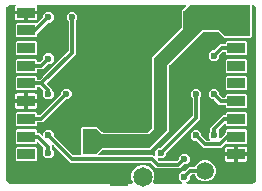
<source format=gbr>
G04 EAGLE Gerber X2 export*
%TF.Part,Single*%
%TF.FileFunction,Copper,L2,Bot,Mixed*%
%TF.FilePolarity,Positive*%
%TF.GenerationSoftware,Autodesk,EAGLE,9.0.0*%
%TF.CreationDate,2018-04-23T14:01:41Z*%
G75*
%MOMM*%
%FSLAX34Y34*%
%LPD*%
%AMOC8*
5,1,8,0,0,1.08239X$1,22.5*%
G01*
%ADD10R,1.485000X0.900000*%
%ADD11C,1.650000*%
%ADD12R,1.650000X1.650000*%
%ADD13C,1.500000*%
%ADD14C,0.750000*%
%ADD15C,0.700000*%
%ADD16C,0.600000*%
%ADD17C,0.304800*%

G36*
X223310Y104249D02*
X223310Y104249D01*
X223375Y104250D01*
X223455Y104273D01*
X223488Y104279D01*
X223505Y104288D01*
X223536Y104297D01*
X223611Y104328D01*
X223667Y104362D01*
X223727Y104388D01*
X223792Y104440D01*
X223820Y104457D01*
X223833Y104472D01*
X223858Y104493D01*
X225507Y106142D01*
X225545Y106195D01*
X225591Y106241D01*
X225631Y106315D01*
X225651Y106341D01*
X225656Y106360D01*
X225672Y106388D01*
X225703Y106464D01*
X225718Y106527D01*
X225743Y106588D01*
X225752Y106671D01*
X225759Y106703D01*
X225758Y106722D01*
X225761Y106755D01*
X225761Y253245D01*
X225751Y253310D01*
X225750Y253375D01*
X225727Y253455D01*
X225722Y253488D01*
X225712Y253505D01*
X225703Y253537D01*
X225672Y253612D01*
X225637Y253667D01*
X225612Y253727D01*
X225560Y253793D01*
X225542Y253821D01*
X225527Y253833D01*
X225507Y253858D01*
X223858Y255507D01*
X223805Y255545D01*
X223759Y255591D01*
X223729Y255608D01*
X223718Y255617D01*
X223695Y255626D01*
X223685Y255632D01*
X223659Y255651D01*
X223640Y255656D01*
X223612Y255672D01*
X223537Y255703D01*
X223473Y255718D01*
X223412Y255743D01*
X223329Y255752D01*
X223297Y255759D01*
X223278Y255758D01*
X223245Y255761D01*
X223024Y255761D01*
X223004Y255758D01*
X222985Y255760D01*
X222883Y255738D01*
X222781Y255722D01*
X222764Y255712D01*
X222744Y255708D01*
X222655Y255655D01*
X222564Y255606D01*
X222550Y255592D01*
X222533Y255582D01*
X222466Y255503D01*
X222394Y255428D01*
X222386Y255410D01*
X222373Y255395D01*
X222334Y255299D01*
X222291Y255205D01*
X222289Y255185D01*
X222281Y255167D01*
X222263Y255000D01*
X222263Y229063D01*
X220937Y227737D01*
X199063Y227737D01*
X197514Y229286D01*
X195538Y231262D01*
X194286Y232514D01*
X194212Y232567D01*
X194142Y232627D01*
X194112Y232639D01*
X194086Y232658D01*
X193999Y232685D01*
X193914Y232719D01*
X193873Y232723D01*
X193851Y232730D01*
X193819Y232729D01*
X193747Y232737D01*
X181253Y232737D01*
X181162Y232723D01*
X181072Y232715D01*
X181042Y232703D01*
X181010Y232698D01*
X180929Y232655D01*
X180845Y232619D01*
X180813Y232593D01*
X180792Y232582D01*
X180770Y232559D01*
X180714Y232514D01*
X152486Y204286D01*
X152433Y204212D01*
X152373Y204142D01*
X152361Y204112D01*
X152342Y204086D01*
X152315Y203999D01*
X152281Y203914D01*
X152277Y203873D01*
X152270Y203851D01*
X152271Y203819D01*
X152263Y203747D01*
X152263Y149063D01*
X135937Y132737D01*
X96253Y132737D01*
X96162Y132723D01*
X96072Y132715D01*
X96042Y132703D01*
X96010Y132698D01*
X95929Y132655D01*
X95845Y132619D01*
X95813Y132593D01*
X95792Y132582D01*
X95770Y132559D01*
X95714Y132514D01*
X92524Y129324D01*
X92482Y129266D01*
X92433Y129214D01*
X92411Y129167D01*
X92381Y129125D01*
X92360Y129056D01*
X92329Y128991D01*
X92324Y128939D01*
X92308Y128889D01*
X92310Y128818D01*
X92302Y128747D01*
X92313Y128696D01*
X92315Y128644D01*
X92339Y128576D01*
X92355Y128506D01*
X92381Y128461D01*
X92399Y128413D01*
X92444Y128357D01*
X92481Y128295D01*
X92520Y128261D01*
X92553Y128221D01*
X92613Y128182D01*
X92668Y128135D01*
X92716Y128116D01*
X92760Y128088D01*
X92829Y128070D01*
X92896Y128043D01*
X92967Y128035D01*
X92998Y128027D01*
X93022Y128029D01*
X93063Y128025D01*
X138753Y128025D01*
X139200Y127578D01*
X139258Y127536D01*
X139310Y127487D01*
X139357Y127465D01*
X139399Y127434D01*
X139468Y127413D01*
X139533Y127383D01*
X139585Y127377D01*
X139635Y127362D01*
X139706Y127364D01*
X139777Y127356D01*
X139828Y127367D01*
X139880Y127368D01*
X139948Y127393D01*
X140018Y127408D01*
X140063Y127435D01*
X140111Y127453D01*
X140167Y127498D01*
X140229Y127534D01*
X140263Y127574D01*
X140303Y127606D01*
X140342Y127667D01*
X140389Y127721D01*
X140408Y127770D01*
X140436Y127813D01*
X140454Y127883D01*
X140481Y127949D01*
X140489Y128021D01*
X140497Y128052D01*
X140495Y128075D01*
X140499Y128116D01*
X140499Y131864D01*
X143136Y134501D01*
X144908Y134501D01*
X144998Y134515D01*
X145089Y134523D01*
X145119Y134535D01*
X145151Y134540D01*
X145231Y134583D01*
X145315Y134619D01*
X145347Y134645D01*
X145368Y134656D01*
X145390Y134679D01*
X145446Y134724D01*
X171752Y161030D01*
X171805Y161104D01*
X171865Y161173D01*
X171877Y161203D01*
X171896Y161230D01*
X171923Y161317D01*
X171957Y161401D01*
X171961Y161442D01*
X171968Y161465D01*
X171967Y161497D01*
X171975Y161568D01*
X171975Y176344D01*
X171961Y176434D01*
X171953Y176525D01*
X171941Y176555D01*
X171936Y176587D01*
X171893Y176668D01*
X171857Y176752D01*
X171831Y176784D01*
X171820Y176805D01*
X171797Y176827D01*
X171752Y176883D01*
X170499Y178136D01*
X170499Y181864D01*
X173136Y184501D01*
X176864Y184501D01*
X179501Y181864D01*
X179501Y178136D01*
X178248Y176883D01*
X178195Y176809D01*
X178135Y176739D01*
X178123Y176709D01*
X178104Y176683D01*
X178077Y176596D01*
X178043Y176511D01*
X178039Y176470D01*
X178032Y176448D01*
X178033Y176416D01*
X178025Y176344D01*
X178025Y158747D01*
X149724Y130446D01*
X149671Y130372D01*
X149611Y130303D01*
X149599Y130273D01*
X149580Y130246D01*
X149553Y130159D01*
X149519Y130075D01*
X149515Y130034D01*
X149508Y130011D01*
X149509Y129979D01*
X149501Y129908D01*
X149501Y128136D01*
X146864Y125499D01*
X143116Y125499D01*
X143045Y125488D01*
X142974Y125486D01*
X142925Y125468D01*
X142873Y125460D01*
X142810Y125426D01*
X142743Y125401D01*
X142702Y125369D01*
X142656Y125344D01*
X142607Y125292D01*
X142551Y125248D01*
X142523Y125204D01*
X142487Y125166D01*
X142456Y125101D01*
X142418Y125041D01*
X142405Y124990D01*
X142383Y124943D01*
X142375Y124872D01*
X142358Y124802D01*
X142362Y124750D01*
X142356Y124699D01*
X142371Y124628D01*
X142377Y124557D01*
X142397Y124509D01*
X142408Y124458D01*
X142445Y124397D01*
X142473Y124331D01*
X142518Y124275D01*
X142534Y124247D01*
X142552Y124232D01*
X142578Y124200D01*
X143530Y123248D01*
X143604Y123195D01*
X143673Y123135D01*
X143703Y123123D01*
X143730Y123104D01*
X143817Y123077D01*
X143901Y123043D01*
X143942Y123039D01*
X143965Y123032D01*
X143997Y123033D01*
X144068Y123025D01*
X158432Y123025D01*
X158522Y123039D01*
X158613Y123047D01*
X158643Y123059D01*
X158675Y123064D01*
X158755Y123107D01*
X158839Y123143D01*
X158871Y123169D01*
X158892Y123180D01*
X158914Y123203D01*
X158970Y123248D01*
X160276Y124554D01*
X160329Y124628D01*
X160389Y124697D01*
X160401Y124727D01*
X160420Y124754D01*
X160447Y124841D01*
X160481Y124925D01*
X160485Y124966D01*
X160492Y124989D01*
X160491Y125021D01*
X160499Y125092D01*
X160499Y126864D01*
X163136Y129501D01*
X166864Y129501D01*
X169501Y126864D01*
X169501Y123136D01*
X166864Y120499D01*
X165092Y120499D01*
X165002Y120485D01*
X164911Y120477D01*
X164881Y120465D01*
X164849Y120460D01*
X164769Y120417D01*
X164685Y120381D01*
X164653Y120355D01*
X164632Y120344D01*
X164610Y120321D01*
X164554Y120276D01*
X161253Y116975D01*
X141247Y116975D01*
X139252Y118970D01*
X136470Y121752D01*
X136396Y121805D01*
X136327Y121865D01*
X136297Y121877D01*
X136270Y121896D01*
X136183Y121923D01*
X136099Y121957D01*
X136058Y121961D01*
X136035Y121968D01*
X136003Y121967D01*
X135932Y121975D01*
X68747Y121975D01*
X66752Y123970D01*
X54324Y136398D01*
X54266Y136440D01*
X54214Y136489D01*
X54167Y136511D01*
X54125Y136542D01*
X54056Y136563D01*
X53991Y136593D01*
X53939Y136599D01*
X53889Y136614D01*
X53818Y136612D01*
X53747Y136620D01*
X53696Y136609D01*
X53644Y136608D01*
X53576Y136583D01*
X53506Y136568D01*
X53462Y136541D01*
X53413Y136523D01*
X53357Y136478D01*
X53295Y136442D01*
X53261Y136402D01*
X53221Y136370D01*
X53182Y136309D01*
X53135Y136255D01*
X53116Y136206D01*
X53088Y136163D01*
X53070Y136093D01*
X53043Y136027D01*
X53035Y135955D01*
X53027Y135924D01*
X53029Y135901D01*
X53025Y135860D01*
X53025Y133656D01*
X53039Y133566D01*
X53047Y133475D01*
X53059Y133445D01*
X53064Y133413D01*
X53107Y133332D01*
X53143Y133248D01*
X53169Y133216D01*
X53180Y133195D01*
X53203Y133173D01*
X53248Y133117D01*
X54501Y131864D01*
X54501Y128136D01*
X51864Y125499D01*
X48136Y125499D01*
X45538Y128097D01*
X45499Y128136D01*
X45499Y131864D01*
X45538Y131903D01*
X45586Y131970D01*
X45593Y131977D01*
X45595Y131981D01*
X45651Y132047D01*
X45663Y132077D01*
X45682Y132103D01*
X45709Y132190D01*
X45743Y132275D01*
X45747Y132316D01*
X45754Y132338D01*
X45753Y132370D01*
X45761Y132442D01*
X45761Y134646D01*
X45747Y134736D01*
X45739Y134827D01*
X45727Y134857D01*
X45722Y134889D01*
X45679Y134969D01*
X45643Y135053D01*
X45617Y135085D01*
X45606Y135106D01*
X45583Y135128D01*
X45538Y135184D01*
X41300Y139422D01*
X41242Y139464D01*
X41190Y139513D01*
X41143Y139535D01*
X41101Y139566D01*
X41032Y139587D01*
X40967Y139617D01*
X40915Y139623D01*
X40865Y139638D01*
X40794Y139636D01*
X40723Y139644D01*
X40672Y139633D01*
X40620Y139632D01*
X40552Y139607D01*
X40482Y139592D01*
X40438Y139565D01*
X40389Y139547D01*
X40333Y139502D01*
X40271Y139466D01*
X40237Y139426D01*
X40197Y139394D01*
X40158Y139333D01*
X40111Y139279D01*
X40092Y139230D01*
X40064Y139187D01*
X40046Y139117D01*
X40019Y139051D01*
X40011Y138979D01*
X40003Y138948D01*
X40005Y138925D01*
X40001Y138884D01*
X40001Y138878D01*
X39122Y137999D01*
X23028Y137999D01*
X22149Y138878D01*
X22149Y149122D01*
X23028Y150001D01*
X39122Y150001D01*
X40001Y149122D01*
X40001Y147786D01*
X40004Y147766D01*
X40002Y147747D01*
X40024Y147645D01*
X40040Y147543D01*
X40050Y147526D01*
X40054Y147506D01*
X40107Y147417D01*
X40156Y147326D01*
X40170Y147312D01*
X40180Y147295D01*
X40259Y147228D01*
X40334Y147156D01*
X40352Y147148D01*
X40367Y147135D01*
X40463Y147096D01*
X40557Y147053D01*
X40577Y147051D01*
X40595Y147043D01*
X40762Y147025D01*
X42253Y147025D01*
X44200Y145078D01*
X44258Y145036D01*
X44310Y144987D01*
X44357Y144965D01*
X44399Y144934D01*
X44468Y144913D01*
X44533Y144883D01*
X44585Y144877D01*
X44635Y144862D01*
X44706Y144864D01*
X44777Y144856D01*
X44828Y144867D01*
X44880Y144868D01*
X44948Y144893D01*
X45018Y144908D01*
X45063Y144935D01*
X45111Y144953D01*
X45167Y144998D01*
X45229Y145034D01*
X45263Y145074D01*
X45303Y145106D01*
X45342Y145167D01*
X45389Y145221D01*
X45408Y145270D01*
X45436Y145313D01*
X45454Y145383D01*
X45481Y145449D01*
X45489Y145521D01*
X45497Y145552D01*
X45495Y145575D01*
X45499Y145616D01*
X45499Y146864D01*
X45538Y146903D01*
X48136Y149501D01*
X51864Y149501D01*
X54501Y146864D01*
X54501Y145092D01*
X54515Y145002D01*
X54523Y144911D01*
X54535Y144881D01*
X54540Y144849D01*
X54583Y144769D01*
X54619Y144685D01*
X54645Y144653D01*
X54656Y144632D01*
X54679Y144610D01*
X54724Y144554D01*
X71030Y128248D01*
X71104Y128195D01*
X71173Y128135D01*
X71203Y128123D01*
X71230Y128104D01*
X71317Y128077D01*
X71401Y128043D01*
X71442Y128039D01*
X71465Y128032D01*
X71497Y128033D01*
X71568Y128025D01*
X76976Y128025D01*
X76996Y128028D01*
X77015Y128026D01*
X77117Y128048D01*
X77219Y128064D01*
X77236Y128074D01*
X77256Y128078D01*
X77345Y128131D01*
X77436Y128180D01*
X77450Y128194D01*
X77467Y128204D01*
X77534Y128283D01*
X77606Y128358D01*
X77614Y128376D01*
X77627Y128391D01*
X77666Y128487D01*
X77709Y128581D01*
X77711Y128601D01*
X77719Y128619D01*
X77737Y128786D01*
X77737Y150937D01*
X79063Y152263D01*
X90937Y152263D01*
X95714Y147486D01*
X95788Y147433D01*
X95858Y147373D01*
X95888Y147361D01*
X95914Y147342D01*
X96001Y147315D01*
X96086Y147281D01*
X96127Y147277D01*
X96149Y147270D01*
X96181Y147271D01*
X96253Y147263D01*
X133747Y147263D01*
X133838Y147277D01*
X133928Y147285D01*
X133958Y147297D01*
X133990Y147302D01*
X134071Y147345D01*
X134155Y147381D01*
X134187Y147407D01*
X134208Y147418D01*
X134230Y147441D01*
X134286Y147486D01*
X137514Y150714D01*
X137567Y150788D01*
X137627Y150858D01*
X137639Y150888D01*
X137658Y150914D01*
X137685Y151001D01*
X137719Y151086D01*
X137723Y151127D01*
X137730Y151149D01*
X137729Y151181D01*
X137737Y151253D01*
X137737Y210937D01*
X162514Y235714D01*
X162567Y235788D01*
X162627Y235858D01*
X162639Y235888D01*
X162658Y235914D01*
X162685Y236001D01*
X162719Y236086D01*
X162723Y236127D01*
X162730Y236149D01*
X162729Y236181D01*
X162737Y236253D01*
X162737Y250937D01*
X166262Y254462D01*
X166304Y254520D01*
X166353Y254572D01*
X166375Y254619D01*
X166405Y254661D01*
X166426Y254730D01*
X166457Y254795D01*
X166462Y254847D01*
X166478Y254897D01*
X166476Y254968D01*
X166484Y255039D01*
X166473Y255090D01*
X166471Y255142D01*
X166447Y255210D01*
X166431Y255280D01*
X166405Y255324D01*
X166387Y255373D01*
X166342Y255429D01*
X166305Y255491D01*
X166266Y255525D01*
X166233Y255565D01*
X166173Y255604D01*
X166118Y255651D01*
X166070Y255670D01*
X166026Y255698D01*
X165957Y255716D01*
X165890Y255743D01*
X165819Y255751D01*
X165788Y255759D01*
X165764Y255757D01*
X165723Y255761D01*
X40823Y255761D01*
X40729Y255746D01*
X40634Y255737D01*
X40608Y255726D01*
X40580Y255722D01*
X40496Y255677D01*
X40409Y255639D01*
X40388Y255620D01*
X40363Y255606D01*
X40298Y255537D01*
X40227Y255473D01*
X40213Y255449D01*
X40194Y255428D01*
X40154Y255342D01*
X40107Y255258D01*
X40102Y255231D01*
X40090Y255205D01*
X40080Y255110D01*
X40062Y255017D01*
X40066Y254989D01*
X40063Y254961D01*
X40083Y254867D01*
X40097Y254773D01*
X40111Y254741D01*
X40115Y254720D01*
X40132Y254692D01*
X40164Y254619D01*
X40364Y254272D01*
X40501Y253763D01*
X40501Y250523D01*
X31837Y250523D01*
X31817Y250520D01*
X31798Y250522D01*
X31696Y250500D01*
X31594Y250483D01*
X31577Y250474D01*
X31557Y250470D01*
X31468Y250417D01*
X31377Y250368D01*
X31363Y250354D01*
X31346Y250344D01*
X31279Y250265D01*
X31208Y250190D01*
X31199Y250172D01*
X31186Y250157D01*
X31147Y250061D01*
X31104Y249967D01*
X31102Y249947D01*
X31094Y249929D01*
X31076Y249762D01*
X31076Y248999D01*
X31074Y248999D01*
X31074Y249762D01*
X31071Y249782D01*
X31073Y249801D01*
X31051Y249903D01*
X31034Y250005D01*
X31025Y250022D01*
X31021Y250042D01*
X30968Y250131D01*
X30919Y250222D01*
X30905Y250236D01*
X30895Y250253D01*
X30816Y250320D01*
X30741Y250391D01*
X30723Y250400D01*
X30708Y250413D01*
X30612Y250452D01*
X30518Y250495D01*
X30498Y250497D01*
X30480Y250505D01*
X30313Y250523D01*
X21649Y250523D01*
X21649Y253763D01*
X21786Y254272D01*
X21986Y254619D01*
X22020Y254709D01*
X22060Y254795D01*
X22063Y254823D01*
X22073Y254849D01*
X22077Y254945D01*
X22087Y255039D01*
X22081Y255067D01*
X22082Y255095D01*
X22055Y255187D01*
X22035Y255280D01*
X22020Y255304D01*
X22012Y255331D01*
X21957Y255409D01*
X21909Y255491D01*
X21887Y255509D01*
X21871Y255532D01*
X21794Y255589D01*
X21722Y255651D01*
X21695Y255661D01*
X21673Y255678D01*
X21582Y255707D01*
X21493Y255743D01*
X21458Y255747D01*
X21438Y255753D01*
X21406Y255753D01*
X21327Y255761D01*
X16755Y255761D01*
X16690Y255751D01*
X16625Y255750D01*
X16545Y255727D01*
X16512Y255722D01*
X16495Y255712D01*
X16463Y255703D01*
X16388Y255672D01*
X16333Y255637D01*
X16273Y255612D01*
X16236Y255583D01*
X16217Y255573D01*
X16201Y255556D01*
X16179Y255542D01*
X16167Y255527D01*
X16142Y255507D01*
X14493Y253858D01*
X14455Y253805D01*
X14409Y253758D01*
X14369Y253685D01*
X14349Y253659D01*
X14344Y253640D01*
X14328Y253611D01*
X14297Y253536D01*
X14282Y253473D01*
X14257Y253412D01*
X14248Y253329D01*
X14241Y253297D01*
X14242Y253278D01*
X14239Y253245D01*
X14239Y106755D01*
X14249Y106690D01*
X14250Y106625D01*
X14273Y106545D01*
X14279Y106512D01*
X14288Y106495D01*
X14297Y106464D01*
X14328Y106389D01*
X14362Y106333D01*
X14388Y106273D01*
X14440Y106208D01*
X14457Y106180D01*
X14472Y106167D01*
X14493Y106142D01*
X16142Y104493D01*
X16195Y104455D01*
X16242Y104409D01*
X16315Y104368D01*
X16341Y104349D01*
X16360Y104344D01*
X16389Y104328D01*
X16464Y104297D01*
X16528Y104282D01*
X16588Y104257D01*
X16671Y104248D01*
X16703Y104241D01*
X16723Y104242D01*
X16755Y104239D01*
X120693Y104239D01*
X120738Y104246D01*
X120784Y104244D01*
X120859Y104266D01*
X120936Y104279D01*
X120976Y104300D01*
X121020Y104313D01*
X121084Y104357D01*
X121153Y104394D01*
X121185Y104427D01*
X121222Y104453D01*
X121269Y104516D01*
X121322Y104572D01*
X121342Y104614D01*
X121369Y104650D01*
X121393Y104724D01*
X121426Y104795D01*
X121431Y104841D01*
X121445Y104884D01*
X121445Y104962D01*
X121453Y105039D01*
X121443Y105084D01*
X121443Y105130D01*
X121405Y105262D01*
X121401Y105280D01*
X121398Y105284D01*
X121396Y105291D01*
X120249Y108060D01*
X120249Y111940D01*
X121734Y115523D01*
X124477Y118266D01*
X128060Y119751D01*
X131940Y119751D01*
X135523Y118266D01*
X138266Y115523D01*
X139751Y111940D01*
X139751Y108060D01*
X138604Y105291D01*
X138593Y105247D01*
X138574Y105205D01*
X138565Y105128D01*
X138548Y105052D01*
X138552Y105006D01*
X138547Y104961D01*
X138563Y104884D01*
X138571Y104807D01*
X138589Y104765D01*
X138599Y104720D01*
X138639Y104653D01*
X138671Y104582D01*
X138702Y104548D01*
X138725Y104509D01*
X138784Y104459D01*
X138837Y104401D01*
X138877Y104379D01*
X138912Y104349D01*
X138984Y104320D01*
X139053Y104283D01*
X139098Y104274D01*
X139140Y104257D01*
X139276Y104242D01*
X139295Y104239D01*
X139300Y104240D01*
X139307Y104239D01*
X162558Y104239D01*
X162629Y104250D01*
X162701Y104252D01*
X162750Y104270D01*
X162801Y104279D01*
X162865Y104312D01*
X162932Y104337D01*
X162973Y104369D01*
X163019Y104394D01*
X163068Y104446D01*
X163124Y104490D01*
X163152Y104534D01*
X163188Y104572D01*
X163218Y104637D01*
X163257Y104697D01*
X163270Y104748D01*
X163292Y104795D01*
X163299Y104866D01*
X163317Y104936D01*
X163313Y104988D01*
X163319Y105039D01*
X163303Y105110D01*
X163298Y105181D01*
X163277Y105229D01*
X163266Y105280D01*
X163230Y105341D01*
X163202Y105407D01*
X163157Y105463D01*
X163140Y105491D01*
X163122Y105506D01*
X163097Y105538D01*
X160499Y108136D01*
X160499Y111864D01*
X163136Y114501D01*
X164908Y114501D01*
X164998Y114515D01*
X165089Y114523D01*
X165119Y114535D01*
X165151Y114540D01*
X165231Y114583D01*
X165315Y114619D01*
X165347Y114645D01*
X165368Y114656D01*
X165390Y114679D01*
X165446Y114724D01*
X168747Y118025D01*
X173502Y118025D01*
X173617Y118044D01*
X173733Y118061D01*
X173739Y118063D01*
X173745Y118064D01*
X173847Y118119D01*
X173952Y118172D01*
X173957Y118177D01*
X173962Y118180D01*
X174042Y118264D01*
X174124Y118348D01*
X174128Y118354D01*
X174131Y118358D01*
X174139Y118375D01*
X174205Y118495D01*
X174870Y120099D01*
X177401Y122630D01*
X180710Y124001D01*
X184290Y124001D01*
X187599Y122630D01*
X190130Y120099D01*
X191501Y116790D01*
X191501Y113210D01*
X190130Y109901D01*
X187599Y107370D01*
X184290Y105999D01*
X180710Y105999D01*
X177401Y107370D01*
X174870Y109901D01*
X174205Y111505D01*
X174143Y111605D01*
X174084Y111705D01*
X174079Y111709D01*
X174076Y111714D01*
X173985Y111789D01*
X173897Y111865D01*
X173891Y111867D01*
X173886Y111871D01*
X173778Y111913D01*
X173669Y111957D01*
X173661Y111958D01*
X173657Y111959D01*
X173638Y111960D01*
X173502Y111975D01*
X171568Y111975D01*
X171478Y111961D01*
X171387Y111953D01*
X171357Y111941D01*
X171325Y111936D01*
X171245Y111893D01*
X171161Y111857D01*
X171129Y111831D01*
X171108Y111820D01*
X171086Y111797D01*
X171030Y111752D01*
X169724Y110446D01*
X169671Y110372D01*
X169611Y110303D01*
X169599Y110273D01*
X169580Y110246D01*
X169553Y110159D01*
X169519Y110075D01*
X169515Y110034D01*
X169508Y110011D01*
X169509Y109979D01*
X169501Y109908D01*
X169501Y108136D01*
X166903Y105538D01*
X166861Y105480D01*
X166812Y105428D01*
X166790Y105381D01*
X166760Y105339D01*
X166739Y105270D01*
X166708Y105205D01*
X166703Y105153D01*
X166687Y105103D01*
X166689Y105032D01*
X166681Y104961D01*
X166692Y104910D01*
X166694Y104858D01*
X166718Y104790D01*
X166734Y104720D01*
X166760Y104676D01*
X166778Y104627D01*
X166823Y104571D01*
X166860Y104509D01*
X166899Y104475D01*
X166932Y104435D01*
X166992Y104396D01*
X167047Y104349D01*
X167095Y104330D01*
X167139Y104302D01*
X167208Y104284D01*
X167275Y104257D01*
X167346Y104249D01*
X167377Y104241D01*
X167401Y104243D01*
X167442Y104239D01*
X223245Y104239D01*
X223310Y104249D01*
G37*
G36*
X90090Y129254D02*
X90090Y129254D01*
X90181Y129261D01*
X90211Y129273D01*
X90243Y129279D01*
X90323Y129321D01*
X90407Y129357D01*
X90439Y129383D01*
X90460Y129394D01*
X90482Y129417D01*
X90538Y129462D01*
X95315Y134239D01*
X135000Y134239D01*
X135090Y134254D01*
X135181Y134261D01*
X135211Y134273D01*
X135243Y134279D01*
X135323Y134321D01*
X135407Y134357D01*
X135439Y134383D01*
X135460Y134394D01*
X135482Y134417D01*
X135538Y134462D01*
X150538Y149462D01*
X150591Y149536D01*
X150651Y149605D01*
X150663Y149635D01*
X150682Y149661D01*
X150709Y149748D01*
X150743Y149833D01*
X150747Y149874D01*
X150754Y149897D01*
X150753Y149929D01*
X150761Y150000D01*
X150761Y204685D01*
X180315Y234239D01*
X194685Y234239D01*
X199462Y229462D01*
X199536Y229409D01*
X199605Y229349D01*
X199635Y229337D01*
X199661Y229318D01*
X199748Y229291D01*
X199833Y229257D01*
X199874Y229253D01*
X199897Y229246D01*
X199929Y229247D01*
X200000Y229239D01*
X220000Y229239D01*
X220020Y229242D01*
X220039Y229240D01*
X220141Y229262D01*
X220243Y229279D01*
X220260Y229288D01*
X220280Y229292D01*
X220369Y229345D01*
X220460Y229394D01*
X220474Y229408D01*
X220491Y229418D01*
X220558Y229497D01*
X220630Y229572D01*
X220638Y229590D01*
X220651Y229605D01*
X220690Y229701D01*
X220733Y229795D01*
X220735Y229815D01*
X220743Y229833D01*
X220761Y230000D01*
X220761Y255000D01*
X220758Y255020D01*
X220760Y255039D01*
X220738Y255141D01*
X220722Y255243D01*
X220712Y255260D01*
X220708Y255280D01*
X220655Y255369D01*
X220606Y255460D01*
X220592Y255474D01*
X220582Y255491D01*
X220503Y255558D01*
X220428Y255630D01*
X220410Y255638D01*
X220395Y255651D01*
X220299Y255690D01*
X220205Y255733D01*
X220185Y255735D01*
X220167Y255743D01*
X220000Y255761D01*
X170000Y255761D01*
X169910Y255747D01*
X169819Y255739D01*
X169789Y255727D01*
X169757Y255722D01*
X169677Y255679D01*
X169593Y255643D01*
X169561Y255617D01*
X169540Y255606D01*
X169518Y255583D01*
X169462Y255538D01*
X164462Y250538D01*
X164409Y250464D01*
X164349Y250395D01*
X164337Y250365D01*
X164318Y250339D01*
X164291Y250252D01*
X164257Y250167D01*
X164253Y250126D01*
X164246Y250103D01*
X164247Y250071D01*
X164239Y250000D01*
X164239Y235315D01*
X139462Y210538D01*
X139409Y210464D01*
X139349Y210395D01*
X139337Y210365D01*
X139318Y210339D01*
X139291Y210252D01*
X139257Y210167D01*
X139253Y210126D01*
X139246Y210103D01*
X139247Y210071D01*
X139239Y210000D01*
X139239Y150315D01*
X134685Y145761D01*
X95315Y145761D01*
X90538Y150538D01*
X90464Y150591D01*
X90395Y150651D01*
X90365Y150663D01*
X90339Y150682D01*
X90252Y150709D01*
X90167Y150743D01*
X90126Y150747D01*
X90103Y150754D01*
X90071Y150753D01*
X90000Y150761D01*
X80000Y150761D01*
X79980Y150758D01*
X79961Y150760D01*
X79859Y150738D01*
X79757Y150722D01*
X79740Y150712D01*
X79720Y150708D01*
X79631Y150655D01*
X79540Y150606D01*
X79526Y150592D01*
X79509Y150582D01*
X79442Y150503D01*
X79371Y150428D01*
X79362Y150410D01*
X79349Y150395D01*
X79310Y150299D01*
X79267Y150205D01*
X79265Y150185D01*
X79257Y150167D01*
X79239Y150000D01*
X79239Y130000D01*
X79242Y129980D01*
X79240Y129961D01*
X79262Y129859D01*
X79279Y129757D01*
X79288Y129740D01*
X79292Y129720D01*
X79345Y129631D01*
X79394Y129540D01*
X79408Y129526D01*
X79418Y129509D01*
X79497Y129442D01*
X79572Y129371D01*
X79590Y129362D01*
X79605Y129349D01*
X79701Y129310D01*
X79795Y129267D01*
X79815Y129265D01*
X79833Y129257D01*
X80000Y129239D01*
X90000Y129239D01*
X90090Y129254D01*
G37*
%LPC*%
G36*
X175446Y140276D02*
X175446Y140276D01*
X175372Y140329D01*
X175303Y140389D01*
X175273Y140401D01*
X175246Y140420D01*
X175159Y140447D01*
X175075Y140481D01*
X175034Y140485D01*
X175011Y140492D01*
X174979Y140491D01*
X174908Y140499D01*
X173136Y140499D01*
X170499Y143136D01*
X170499Y146864D01*
X173136Y149501D01*
X176864Y149501D01*
X179501Y146864D01*
X179501Y145092D01*
X179515Y145002D01*
X179523Y144911D01*
X179535Y144881D01*
X179540Y144849D01*
X179583Y144769D01*
X179619Y144685D01*
X179645Y144653D01*
X179656Y144632D01*
X179679Y144610D01*
X179724Y144554D01*
X183530Y140748D01*
X183604Y140695D01*
X183673Y140635D01*
X183703Y140623D01*
X183730Y140604D01*
X183817Y140577D01*
X183901Y140543D01*
X183942Y140539D01*
X183965Y140532D01*
X183997Y140533D01*
X184068Y140525D01*
X186272Y140525D01*
X186343Y140536D01*
X186415Y140538D01*
X186464Y140556D01*
X186515Y140564D01*
X186579Y140598D01*
X186646Y140623D01*
X186687Y140655D01*
X186733Y140680D01*
X186782Y140732D01*
X186838Y140776D01*
X186866Y140820D01*
X186902Y140858D01*
X186932Y140923D01*
X186971Y140983D01*
X186984Y141034D01*
X187006Y141081D01*
X187013Y141152D01*
X187031Y141222D01*
X187027Y141274D01*
X187033Y141325D01*
X187017Y141396D01*
X187012Y141467D01*
X186992Y141515D01*
X186980Y141566D01*
X186944Y141627D01*
X186916Y141693D01*
X186871Y141749D01*
X186854Y141777D01*
X186836Y141792D01*
X186811Y141824D01*
X185499Y143136D01*
X185499Y146864D01*
X186752Y148117D01*
X186805Y148191D01*
X186865Y148261D01*
X186877Y148291D01*
X186896Y148317D01*
X186923Y148404D01*
X186957Y148489D01*
X186961Y148530D01*
X186968Y148552D01*
X186967Y148584D01*
X186975Y148656D01*
X186975Y151253D01*
X188970Y153248D01*
X195538Y159816D01*
X197747Y162025D01*
X199238Y162025D01*
X199258Y162028D01*
X199277Y162026D01*
X199379Y162048D01*
X199481Y162064D01*
X199498Y162074D01*
X199518Y162078D01*
X199607Y162131D01*
X199698Y162180D01*
X199712Y162194D01*
X199729Y162204D01*
X199796Y162283D01*
X199868Y162358D01*
X199876Y162376D01*
X199889Y162391D01*
X199928Y162487D01*
X199971Y162581D01*
X199973Y162601D01*
X199981Y162619D01*
X199999Y162786D01*
X199999Y164122D01*
X200878Y165001D01*
X216972Y165001D01*
X217851Y164122D01*
X217851Y153878D01*
X216972Y152999D01*
X200878Y152999D01*
X199999Y153878D01*
X199999Y153884D01*
X199988Y153955D01*
X199986Y154026D01*
X199968Y154075D01*
X199960Y154127D01*
X199926Y154190D01*
X199901Y154257D01*
X199869Y154298D01*
X199844Y154344D01*
X199792Y154393D01*
X199748Y154449D01*
X199704Y154478D01*
X199666Y154513D01*
X199601Y154544D01*
X199541Y154582D01*
X199490Y154595D01*
X199443Y154617D01*
X199372Y154625D01*
X199302Y154642D01*
X199250Y154638D01*
X199199Y154644D01*
X199128Y154629D01*
X199057Y154623D01*
X199009Y154603D01*
X198958Y154592D01*
X198897Y154555D01*
X198831Y154527D01*
X198775Y154482D01*
X198747Y154466D01*
X198732Y154448D01*
X198700Y154422D01*
X194462Y150184D01*
X194409Y150110D01*
X194349Y150041D01*
X194337Y150011D01*
X194318Y149984D01*
X194291Y149897D01*
X194257Y149813D01*
X194253Y149772D01*
X194246Y149749D01*
X194247Y149717D01*
X194239Y149646D01*
X194239Y147442D01*
X194254Y147351D01*
X194261Y147261D01*
X194273Y147231D01*
X194279Y147199D01*
X194321Y147118D01*
X194357Y147034D01*
X194383Y147002D01*
X194394Y146981D01*
X194417Y146959D01*
X194462Y146903D01*
X194501Y146864D01*
X194501Y143116D01*
X194512Y143045D01*
X194514Y142974D01*
X194532Y142925D01*
X194540Y142873D01*
X194574Y142810D01*
X194599Y142743D01*
X194631Y142702D01*
X194656Y142656D01*
X194707Y142607D01*
X194752Y142551D01*
X194796Y142522D01*
X194834Y142487D01*
X194899Y142456D01*
X194959Y142418D01*
X195010Y142405D01*
X195057Y142383D01*
X195128Y142375D01*
X195198Y142358D01*
X195250Y142362D01*
X195301Y142356D01*
X195372Y142371D01*
X195443Y142377D01*
X195491Y142397D01*
X195542Y142408D01*
X195603Y142445D01*
X195669Y142473D01*
X195725Y142518D01*
X195753Y142534D01*
X195768Y142552D01*
X195800Y142578D01*
X199776Y146554D01*
X199829Y146628D01*
X199889Y146697D01*
X199901Y146727D01*
X199920Y146754D01*
X199947Y146841D01*
X199981Y146925D01*
X199985Y146966D01*
X199992Y146989D01*
X199991Y147021D01*
X199999Y147092D01*
X199999Y149122D01*
X200878Y150001D01*
X216972Y150001D01*
X217851Y149122D01*
X217851Y138878D01*
X216972Y137999D01*
X200878Y137999D01*
X200866Y138012D01*
X200850Y138023D01*
X200837Y138039D01*
X200750Y138095D01*
X200666Y138155D01*
X200647Y138161D01*
X200630Y138172D01*
X200530Y138197D01*
X200431Y138228D01*
X200411Y138227D01*
X200392Y138232D01*
X200289Y138224D01*
X200185Y138221D01*
X200166Y138214D01*
X200147Y138213D01*
X200052Y138172D01*
X199954Y138137D01*
X199939Y138124D01*
X199920Y138117D01*
X199789Y138012D01*
X198248Y136470D01*
X196253Y134475D01*
X181247Y134475D01*
X175446Y140276D01*
G37*
%LPD*%
%LPC*%
G36*
X45499Y181864D02*
X45499Y181864D01*
X45538Y181903D01*
X45591Y181977D01*
X45651Y182047D01*
X45663Y182077D01*
X45682Y182103D01*
X45709Y182190D01*
X45743Y182275D01*
X45747Y182316D01*
X45754Y182338D01*
X45753Y182370D01*
X45761Y182442D01*
X45761Y182646D01*
X45757Y182672D01*
X45759Y182687D01*
X45746Y182746D01*
X45739Y182827D01*
X45727Y182857D01*
X45722Y182889D01*
X45710Y182910D01*
X45706Y182927D01*
X45673Y182983D01*
X45643Y183053D01*
X45617Y183085D01*
X45606Y183106D01*
X45590Y183121D01*
X45580Y183138D01*
X45563Y183153D01*
X45538Y183184D01*
X42970Y185752D01*
X42896Y185805D01*
X42827Y185865D01*
X42797Y185877D01*
X42770Y185896D01*
X42683Y185923D01*
X42599Y185957D01*
X42558Y185961D01*
X42535Y185968D01*
X42503Y185967D01*
X42432Y185975D01*
X40762Y185975D01*
X40742Y185972D01*
X40723Y185974D01*
X40621Y185952D01*
X40519Y185936D01*
X40502Y185926D01*
X40482Y185922D01*
X40393Y185869D01*
X40302Y185820D01*
X40288Y185806D01*
X40271Y185796D01*
X40204Y185717D01*
X40132Y185642D01*
X40124Y185624D01*
X40111Y185609D01*
X40072Y185513D01*
X40029Y185419D01*
X40027Y185399D01*
X40019Y185381D01*
X40001Y185214D01*
X40001Y183878D01*
X39122Y182999D01*
X23028Y182999D01*
X22149Y183878D01*
X22149Y194122D01*
X23028Y195001D01*
X39122Y195001D01*
X40001Y194122D01*
X40001Y192786D01*
X40004Y192766D01*
X40002Y192747D01*
X40024Y192645D01*
X40040Y192543D01*
X40050Y192526D01*
X40054Y192506D01*
X40107Y192417D01*
X40156Y192326D01*
X40170Y192312D01*
X40180Y192295D01*
X40259Y192228D01*
X40334Y192156D01*
X40352Y192148D01*
X40367Y192135D01*
X40463Y192096D01*
X40557Y192053D01*
X40577Y192051D01*
X40595Y192043D01*
X40762Y192025D01*
X42432Y192025D01*
X42522Y192039D01*
X42613Y192047D01*
X42643Y192059D01*
X42675Y192064D01*
X42755Y192107D01*
X42839Y192143D01*
X42871Y192169D01*
X42892Y192180D01*
X42914Y192203D01*
X42970Y192248D01*
X45538Y194816D01*
X66752Y216030D01*
X66805Y216104D01*
X66865Y216173D01*
X66877Y216203D01*
X66896Y216230D01*
X66923Y216317D01*
X66957Y216401D01*
X66961Y216442D01*
X66968Y216465D01*
X66967Y216497D01*
X66975Y216568D01*
X66975Y241344D01*
X66961Y241434D01*
X66953Y241525D01*
X66941Y241555D01*
X66936Y241587D01*
X66893Y241668D01*
X66857Y241752D01*
X66831Y241784D01*
X66820Y241805D01*
X66797Y241827D01*
X66752Y241883D01*
X65499Y243136D01*
X65499Y246864D01*
X68136Y249501D01*
X71864Y249501D01*
X74501Y246864D01*
X74501Y243136D01*
X73248Y241883D01*
X73195Y241809D01*
X73135Y241739D01*
X73123Y241709D01*
X73104Y241683D01*
X73077Y241596D01*
X73043Y241511D01*
X73039Y241470D01*
X73032Y241448D01*
X73033Y241416D01*
X73025Y241344D01*
X73025Y213747D01*
X48816Y189538D01*
X48804Y189522D01*
X48789Y189510D01*
X48733Y189422D01*
X48672Y189339D01*
X48667Y189320D01*
X48656Y189303D01*
X48630Y189202D01*
X48600Y189103D01*
X48601Y189084D01*
X48596Y189064D01*
X48604Y188961D01*
X48606Y188858D01*
X48613Y188839D01*
X48615Y188819D01*
X48655Y188724D01*
X48691Y188627D01*
X48703Y188611D01*
X48711Y188593D01*
X48816Y188462D01*
X53025Y184253D01*
X53025Y183656D01*
X53039Y183566D01*
X53047Y183475D01*
X53059Y183445D01*
X53064Y183413D01*
X53107Y183332D01*
X53143Y183248D01*
X53169Y183216D01*
X53180Y183195D01*
X53203Y183173D01*
X53248Y183117D01*
X54501Y181864D01*
X54501Y178136D01*
X51864Y175499D01*
X48136Y175499D01*
X45538Y178097D01*
X45499Y178136D01*
X45499Y181864D01*
G37*
%LPD*%
%LPC*%
G36*
X40742Y155972D02*
X40742Y155972D01*
X40723Y155974D01*
X40621Y155952D01*
X40519Y155936D01*
X40502Y155926D01*
X40482Y155922D01*
X40393Y155869D01*
X40302Y155820D01*
X40288Y155806D01*
X40271Y155796D01*
X40204Y155717D01*
X40132Y155642D01*
X40124Y155624D01*
X40111Y155609D01*
X40072Y155513D01*
X40029Y155419D01*
X40027Y155399D01*
X40019Y155381D01*
X40001Y155214D01*
X40001Y153878D01*
X39122Y152999D01*
X23028Y152999D01*
X22149Y153878D01*
X22149Y164122D01*
X23028Y165001D01*
X39122Y165001D01*
X40001Y164122D01*
X40001Y162786D01*
X40004Y162766D01*
X40002Y162747D01*
X40024Y162645D01*
X40040Y162543D01*
X40050Y162526D01*
X40054Y162506D01*
X40107Y162417D01*
X40156Y162326D01*
X40170Y162312D01*
X40180Y162295D01*
X40259Y162228D01*
X40334Y162156D01*
X40352Y162148D01*
X40367Y162135D01*
X40463Y162096D01*
X40557Y162053D01*
X40577Y162051D01*
X40595Y162043D01*
X40762Y162025D01*
X42432Y162025D01*
X42522Y162039D01*
X42613Y162047D01*
X42643Y162059D01*
X42675Y162064D01*
X42755Y162107D01*
X42839Y162143D01*
X42871Y162169D01*
X42892Y162180D01*
X42914Y162203D01*
X42970Y162248D01*
X45538Y164816D01*
X60276Y179554D01*
X60329Y179628D01*
X60389Y179697D01*
X60401Y179727D01*
X60420Y179754D01*
X60447Y179841D01*
X60481Y179925D01*
X60485Y179966D01*
X60492Y179989D01*
X60491Y180021D01*
X60499Y180092D01*
X60499Y181864D01*
X63136Y184501D01*
X66864Y184501D01*
X69501Y181864D01*
X69501Y178136D01*
X66864Y175499D01*
X65092Y175499D01*
X65002Y175485D01*
X64911Y175477D01*
X64881Y175465D01*
X64849Y175460D01*
X64769Y175417D01*
X64685Y175381D01*
X64653Y175355D01*
X64632Y175344D01*
X64610Y175321D01*
X64554Y175276D01*
X45253Y155975D01*
X40762Y155975D01*
X40742Y155972D01*
G37*
%LPD*%
%LPC*%
G36*
X48136Y249501D02*
X48136Y249501D01*
X51864Y249501D01*
X54501Y246864D01*
X54501Y243136D01*
X51864Y240499D01*
X50092Y240499D01*
X50002Y240485D01*
X49911Y240477D01*
X49881Y240465D01*
X49849Y240460D01*
X49769Y240417D01*
X49685Y240381D01*
X49653Y240355D01*
X49632Y240344D01*
X49610Y240321D01*
X49554Y240276D01*
X44462Y235184D01*
X40224Y230946D01*
X40171Y230872D01*
X40111Y230803D01*
X40099Y230773D01*
X40080Y230746D01*
X40053Y230659D01*
X40019Y230575D01*
X40015Y230534D01*
X40008Y230511D01*
X40009Y230479D01*
X40001Y230408D01*
X40001Y228878D01*
X39122Y227999D01*
X23028Y227999D01*
X22149Y228878D01*
X22149Y239122D01*
X23028Y240001D01*
X39122Y240001D01*
X39384Y239738D01*
X39400Y239727D01*
X39413Y239711D01*
X39500Y239655D01*
X39584Y239595D01*
X39603Y239589D01*
X39620Y239578D01*
X39720Y239553D01*
X39819Y239522D01*
X39839Y239523D01*
X39858Y239518D01*
X39961Y239526D01*
X40065Y239529D01*
X40084Y239536D01*
X40103Y239537D01*
X40198Y239577D01*
X40296Y239613D01*
X40311Y239626D01*
X40330Y239633D01*
X40461Y239738D01*
X45276Y244554D01*
X45322Y244617D01*
X45345Y244642D01*
X45350Y244652D01*
X45389Y244697D01*
X45401Y244727D01*
X45420Y244754D01*
X45447Y244841D01*
X45481Y244925D01*
X45485Y244966D01*
X45492Y244989D01*
X45491Y245021D01*
X45499Y245092D01*
X45499Y246864D01*
X45538Y246903D01*
X48136Y249501D01*
G37*
%LPD*%
%LPC*%
G36*
X188136Y207999D02*
X188136Y207999D01*
X185499Y210636D01*
X185499Y214364D01*
X188136Y217001D01*
X189908Y217001D01*
X189998Y217015D01*
X190089Y217023D01*
X190119Y217035D01*
X190151Y217040D01*
X190231Y217083D01*
X190315Y217119D01*
X190347Y217145D01*
X190368Y217156D01*
X190390Y217179D01*
X190446Y217224D01*
X195247Y222025D01*
X199238Y222025D01*
X199258Y222028D01*
X199277Y222026D01*
X199379Y222048D01*
X199481Y222064D01*
X199498Y222074D01*
X199518Y222078D01*
X199607Y222131D01*
X199698Y222180D01*
X199712Y222194D01*
X199729Y222204D01*
X199796Y222283D01*
X199868Y222358D01*
X199876Y222376D01*
X199889Y222391D01*
X199928Y222487D01*
X199971Y222581D01*
X199973Y222601D01*
X199981Y222619D01*
X199999Y222786D01*
X199999Y224122D01*
X200878Y225001D01*
X216972Y225001D01*
X217851Y224122D01*
X217851Y213878D01*
X216972Y212999D01*
X200878Y212999D01*
X199999Y213878D01*
X199999Y215214D01*
X199996Y215234D01*
X199998Y215253D01*
X199976Y215355D01*
X199960Y215457D01*
X199950Y215474D01*
X199946Y215494D01*
X199893Y215583D01*
X199844Y215674D01*
X199830Y215688D01*
X199820Y215705D01*
X199741Y215772D01*
X199666Y215844D01*
X199648Y215852D01*
X199633Y215865D01*
X199537Y215904D01*
X199443Y215947D01*
X199423Y215949D01*
X199405Y215957D01*
X199238Y215975D01*
X198068Y215975D01*
X197978Y215961D01*
X197887Y215953D01*
X197857Y215941D01*
X197825Y215936D01*
X197745Y215893D01*
X197661Y215857D01*
X197629Y215831D01*
X197608Y215820D01*
X197586Y215797D01*
X197530Y215752D01*
X194724Y212946D01*
X194671Y212872D01*
X194611Y212803D01*
X194599Y212773D01*
X194580Y212746D01*
X194553Y212659D01*
X194519Y212575D01*
X194515Y212534D01*
X194508Y212511D01*
X194509Y212479D01*
X194501Y212408D01*
X194501Y210636D01*
X191864Y207999D01*
X188136Y207999D01*
G37*
%LPD*%
%LPC*%
G36*
X190446Y175276D02*
X190446Y175276D01*
X190372Y175329D01*
X190303Y175389D01*
X190273Y175401D01*
X190246Y175420D01*
X190159Y175447D01*
X190075Y175481D01*
X190034Y175485D01*
X190011Y175492D01*
X189979Y175491D01*
X189908Y175499D01*
X188136Y175499D01*
X185499Y178136D01*
X185499Y181864D01*
X188136Y184501D01*
X191864Y184501D01*
X194501Y181864D01*
X194501Y180092D01*
X194515Y180002D01*
X194523Y179911D01*
X194535Y179881D01*
X194540Y179849D01*
X194583Y179769D01*
X194619Y179685D01*
X194645Y179653D01*
X194656Y179632D01*
X194679Y179610D01*
X194724Y179554D01*
X197030Y177248D01*
X197104Y177195D01*
X197173Y177135D01*
X197203Y177123D01*
X197230Y177104D01*
X197317Y177077D01*
X197401Y177043D01*
X197442Y177039D01*
X197465Y177032D01*
X197497Y177033D01*
X197568Y177025D01*
X199238Y177025D01*
X199258Y177028D01*
X199277Y177026D01*
X199379Y177048D01*
X199481Y177064D01*
X199498Y177074D01*
X199518Y177078D01*
X199607Y177131D01*
X199698Y177180D01*
X199712Y177194D01*
X199729Y177204D01*
X199796Y177283D01*
X199868Y177358D01*
X199876Y177376D01*
X199889Y177391D01*
X199928Y177487D01*
X199971Y177581D01*
X199973Y177601D01*
X199981Y177619D01*
X199999Y177786D01*
X199999Y179122D01*
X200878Y180001D01*
X216972Y180001D01*
X217851Y179122D01*
X217851Y168878D01*
X216972Y167999D01*
X200878Y167999D01*
X199999Y168878D01*
X199999Y170214D01*
X199996Y170234D01*
X199998Y170253D01*
X199976Y170355D01*
X199960Y170457D01*
X199950Y170474D01*
X199946Y170494D01*
X199893Y170583D01*
X199844Y170674D01*
X199830Y170688D01*
X199820Y170705D01*
X199741Y170772D01*
X199666Y170844D01*
X199648Y170852D01*
X199633Y170865D01*
X199537Y170904D01*
X199443Y170947D01*
X199423Y170949D01*
X199405Y170957D01*
X199238Y170975D01*
X194747Y170975D01*
X190446Y175276D01*
G37*
%LPD*%
%LPC*%
G36*
X48136Y214501D02*
X48136Y214501D01*
X51864Y214501D01*
X54501Y211864D01*
X54501Y208136D01*
X51864Y205499D01*
X50092Y205499D01*
X50002Y205485D01*
X49911Y205477D01*
X49881Y205465D01*
X49849Y205460D01*
X49769Y205417D01*
X49685Y205381D01*
X49653Y205355D01*
X49632Y205344D01*
X49619Y205331D01*
X49618Y205330D01*
X49607Y205319D01*
X49554Y205276D01*
X45253Y200975D01*
X40762Y200975D01*
X40742Y200972D01*
X40723Y200974D01*
X40621Y200952D01*
X40519Y200936D01*
X40502Y200926D01*
X40482Y200922D01*
X40393Y200869D01*
X40302Y200820D01*
X40288Y200806D01*
X40271Y200796D01*
X40204Y200717D01*
X40132Y200642D01*
X40124Y200624D01*
X40111Y200609D01*
X40072Y200513D01*
X40029Y200419D01*
X40027Y200399D01*
X40019Y200381D01*
X40001Y200214D01*
X40001Y198878D01*
X39122Y197999D01*
X23028Y197999D01*
X22149Y198878D01*
X22149Y209122D01*
X23028Y210001D01*
X39122Y210001D01*
X40001Y209122D01*
X40001Y207786D01*
X40004Y207766D01*
X40002Y207747D01*
X40024Y207645D01*
X40040Y207543D01*
X40050Y207526D01*
X40054Y207506D01*
X40107Y207417D01*
X40156Y207326D01*
X40170Y207312D01*
X40180Y207295D01*
X40259Y207228D01*
X40334Y207156D01*
X40352Y207148D01*
X40367Y207135D01*
X40463Y207096D01*
X40557Y207053D01*
X40577Y207051D01*
X40595Y207043D01*
X40762Y207025D01*
X42432Y207025D01*
X42522Y207039D01*
X42613Y207047D01*
X42643Y207059D01*
X42675Y207064D01*
X42755Y207107D01*
X42839Y207143D01*
X42871Y207169D01*
X42892Y207180D01*
X42914Y207203D01*
X42970Y207248D01*
X45276Y209554D01*
X45324Y209621D01*
X45328Y209624D01*
X45329Y209628D01*
X45389Y209697D01*
X45401Y209727D01*
X45420Y209754D01*
X45447Y209841D01*
X45481Y209925D01*
X45485Y209966D01*
X45492Y209989D01*
X45491Y210021D01*
X45499Y210092D01*
X45499Y211864D01*
X45538Y211903D01*
X48136Y214501D01*
G37*
%LPD*%
%LPC*%
G36*
X23028Y212999D02*
X23028Y212999D01*
X22149Y213878D01*
X22149Y224122D01*
X23028Y225001D01*
X39122Y225001D01*
X40001Y224122D01*
X40001Y213878D01*
X39122Y212999D01*
X23028Y212999D01*
G37*
%LPD*%
%LPC*%
G36*
X200878Y197999D02*
X200878Y197999D01*
X199999Y198878D01*
X199999Y209122D01*
X200878Y210001D01*
X216972Y210001D01*
X217851Y209122D01*
X217851Y198878D01*
X216972Y197999D01*
X200878Y197999D01*
G37*
%LPD*%
%LPC*%
G36*
X200878Y182999D02*
X200878Y182999D01*
X199999Y183878D01*
X199999Y194122D01*
X200878Y195001D01*
X216972Y195001D01*
X217851Y194122D01*
X217851Y183878D01*
X216972Y182999D01*
X200878Y182999D01*
G37*
%LPD*%
%LPC*%
G36*
X23028Y122999D02*
X23028Y122999D01*
X22149Y123878D01*
X22149Y134122D01*
X23028Y135001D01*
X39122Y135001D01*
X40001Y134122D01*
X40001Y123878D01*
X39122Y122999D01*
X23028Y122999D01*
G37*
%LPD*%
%LPC*%
G36*
X32598Y175523D02*
X32598Y175523D01*
X32598Y180501D01*
X38763Y180501D01*
X39272Y180364D01*
X39728Y180101D01*
X40101Y179728D01*
X40364Y179272D01*
X40501Y178763D01*
X40501Y175523D01*
X32598Y175523D01*
G37*
%LPD*%
%LPC*%
G36*
X210448Y130523D02*
X210448Y130523D01*
X210448Y135501D01*
X216613Y135501D01*
X217122Y135364D01*
X217578Y135101D01*
X217951Y134728D01*
X218214Y134272D01*
X218351Y133763D01*
X218351Y130523D01*
X210448Y130523D01*
G37*
%LPD*%
%LPC*%
G36*
X21649Y175523D02*
X21649Y175523D01*
X21649Y178763D01*
X21786Y179272D01*
X22049Y179728D01*
X22422Y180101D01*
X22878Y180364D01*
X23387Y180501D01*
X29552Y180501D01*
X29552Y175523D01*
X21649Y175523D01*
G37*
%LPD*%
%LPC*%
G36*
X199499Y130523D02*
X199499Y130523D01*
X199499Y133763D01*
X199636Y134272D01*
X199899Y134728D01*
X200272Y135101D01*
X200728Y135364D01*
X201237Y135501D01*
X207402Y135501D01*
X207402Y130523D01*
X199499Y130523D01*
G37*
%LPD*%
%LPC*%
G36*
X32598Y242499D02*
X32598Y242499D01*
X32598Y247477D01*
X40501Y247477D01*
X40501Y244237D01*
X40364Y243728D01*
X40101Y243272D01*
X39728Y242899D01*
X39272Y242636D01*
X38763Y242499D01*
X32598Y242499D01*
G37*
%LPD*%
%LPC*%
G36*
X32598Y167499D02*
X32598Y167499D01*
X32598Y172477D01*
X40501Y172477D01*
X40501Y169237D01*
X40364Y168728D01*
X40101Y168272D01*
X39728Y167899D01*
X39272Y167636D01*
X38763Y167499D01*
X32598Y167499D01*
G37*
%LPD*%
%LPC*%
G36*
X210448Y122499D02*
X210448Y122499D01*
X210448Y127477D01*
X218351Y127477D01*
X218351Y124237D01*
X218214Y123728D01*
X217951Y123272D01*
X217578Y122899D01*
X217122Y122636D01*
X216613Y122499D01*
X210448Y122499D01*
G37*
%LPD*%
%LPC*%
G36*
X23387Y242499D02*
X23387Y242499D01*
X22878Y242636D01*
X22422Y242899D01*
X22049Y243272D01*
X21786Y243728D01*
X21649Y244237D01*
X21649Y247477D01*
X29552Y247477D01*
X29552Y242499D01*
X23387Y242499D01*
G37*
%LPD*%
%LPC*%
G36*
X23387Y167499D02*
X23387Y167499D01*
X22878Y167636D01*
X22422Y167899D01*
X22049Y168272D01*
X21786Y168728D01*
X21649Y169237D01*
X21649Y172477D01*
X29552Y172477D01*
X29552Y167499D01*
X23387Y167499D01*
G37*
%LPD*%
%LPC*%
G36*
X201237Y122499D02*
X201237Y122499D01*
X200728Y122636D01*
X200272Y122899D01*
X199899Y123272D01*
X199636Y123728D01*
X199499Y124237D01*
X199499Y127477D01*
X207402Y127477D01*
X207402Y122499D01*
X201237Y122499D01*
G37*
%LPD*%
%LPC*%
G36*
X31074Y173999D02*
X31074Y173999D01*
X31074Y174001D01*
X31076Y174001D01*
X31076Y173999D01*
X31074Y173999D01*
G37*
%LPD*%
%LPC*%
G36*
X208924Y128999D02*
X208924Y128999D01*
X208924Y129001D01*
X208926Y129001D01*
X208926Y128999D01*
X208924Y128999D01*
G37*
%LPD*%
D10*
X208925Y249000D03*
X208925Y234000D03*
X208925Y219000D03*
X208925Y204000D03*
X208925Y189000D03*
X208925Y174000D03*
X208925Y159000D03*
X208925Y144000D03*
X208925Y129000D03*
X31075Y129000D03*
X31075Y144000D03*
X31075Y159000D03*
X31075Y174000D03*
X31075Y189000D03*
X31075Y204000D03*
X31075Y219000D03*
X31075Y234000D03*
X31075Y249000D03*
D11*
X130000Y110000D03*
D12*
X110000Y110000D03*
D13*
X182500Y115000D03*
X57500Y115000D03*
D14*
X90000Y110000D03*
D15*
X85000Y245000D03*
X150000Y245000D03*
D14*
X150000Y110000D03*
D16*
X190000Y245000D03*
X170000Y245000D03*
X85000Y135000D03*
X85000Y145000D03*
X50000Y245000D03*
D17*
X39000Y234000D02*
X31075Y234000D01*
X39000Y234000D02*
X50000Y245000D01*
D16*
X50000Y145000D03*
D17*
X70000Y125000D01*
D16*
X165000Y125000D03*
D17*
X142500Y120000D02*
X137500Y125000D01*
X142500Y120000D02*
X160000Y120000D01*
X165000Y125000D01*
X137500Y125000D02*
X70000Y125000D01*
D16*
X165000Y110000D03*
D17*
X170000Y115000D01*
X182500Y115000D01*
D16*
X175000Y180000D03*
X145000Y130000D03*
D17*
X175000Y160000D01*
X175000Y180000D01*
D16*
X70000Y245000D03*
D17*
X70000Y215000D01*
X44000Y189000D01*
X31075Y189000D01*
D16*
X50000Y180000D03*
D17*
X50000Y183000D02*
X44000Y189000D01*
X50000Y183000D02*
X50000Y180000D01*
D16*
X65000Y180000D03*
D17*
X44000Y159000D02*
X31075Y159000D01*
X44000Y159000D02*
X65000Y180000D01*
D16*
X50000Y130000D03*
D17*
X41000Y144000D02*
X31075Y144000D01*
X41000Y144000D02*
X50000Y135000D01*
X50000Y130000D01*
D16*
X50000Y210000D03*
D17*
X44000Y204000D01*
X31075Y204000D01*
X207925Y145000D02*
X208925Y144000D01*
D16*
X175000Y145000D03*
D17*
X201500Y144000D02*
X208925Y144000D01*
X201500Y144000D02*
X195000Y137500D01*
X182500Y137500D01*
X175000Y145000D01*
D16*
X190000Y145000D03*
D17*
X199000Y159000D02*
X208925Y159000D01*
X199000Y159000D02*
X190000Y150000D01*
X190000Y145000D01*
D16*
X190000Y180000D03*
D17*
X196000Y174000D02*
X208925Y174000D01*
X196000Y174000D02*
X190000Y180000D01*
X208925Y219000D02*
X207925Y220000D01*
D16*
X190000Y212500D03*
D17*
X196500Y219000D02*
X208925Y219000D01*
X196500Y219000D02*
X190000Y212500D01*
M02*

</source>
